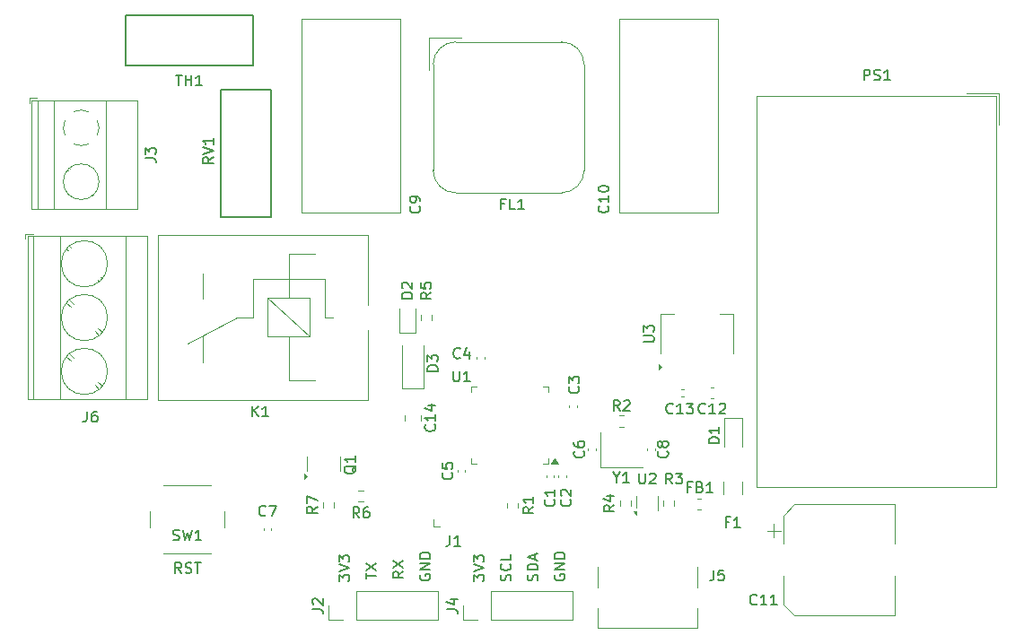
<source format=gbr>
%TF.GenerationSoftware,KiCad,Pcbnew,8.0.1*%
%TF.CreationDate,2024-04-05T21:06:31+06:30*%
%TF.ProjectId,STM32_base,53544d33-325f-4626-9173-652e6b696361,rev?*%
%TF.SameCoordinates,PX48ab840PY853a720*%
%TF.FileFunction,Legend,Top*%
%TF.FilePolarity,Positive*%
%FSLAX46Y46*%
G04 Gerber Fmt 4.6, Leading zero omitted, Abs format (unit mm)*
G04 Created by KiCad (PCBNEW 8.0.1) date 2024-04-05 21:06:31*
%MOMM*%
%LPD*%
G01*
G04 APERTURE LIST*
%ADD10C,0.200000*%
%ADD11C,0.120000*%
%ADD12C,0.150000*%
G04 APERTURE END LIST*
D10*
X49339600Y5656055D02*
X49387219Y5798912D01*
X49387219Y5798912D02*
X49387219Y6037007D01*
X49387219Y6037007D02*
X49339600Y6132245D01*
X49339600Y6132245D02*
X49291980Y6179864D01*
X49291980Y6179864D02*
X49196742Y6227483D01*
X49196742Y6227483D02*
X49101504Y6227483D01*
X49101504Y6227483D02*
X49006266Y6179864D01*
X49006266Y6179864D02*
X48958647Y6132245D01*
X48958647Y6132245D02*
X48911028Y6037007D01*
X48911028Y6037007D02*
X48863409Y5846531D01*
X48863409Y5846531D02*
X48815790Y5751293D01*
X48815790Y5751293D02*
X48768171Y5703674D01*
X48768171Y5703674D02*
X48672933Y5656055D01*
X48672933Y5656055D02*
X48577695Y5656055D01*
X48577695Y5656055D02*
X48482457Y5703674D01*
X48482457Y5703674D02*
X48434838Y5751293D01*
X48434838Y5751293D02*
X48387219Y5846531D01*
X48387219Y5846531D02*
X48387219Y6084626D01*
X48387219Y6084626D02*
X48434838Y6227483D01*
X49387219Y6656055D02*
X48387219Y6656055D01*
X48387219Y6656055D02*
X48387219Y6894150D01*
X48387219Y6894150D02*
X48434838Y7037007D01*
X48434838Y7037007D02*
X48530076Y7132245D01*
X48530076Y7132245D02*
X48625314Y7179864D01*
X48625314Y7179864D02*
X48815790Y7227483D01*
X48815790Y7227483D02*
X48958647Y7227483D01*
X48958647Y7227483D02*
X49149123Y7179864D01*
X49149123Y7179864D02*
X49244361Y7132245D01*
X49244361Y7132245D02*
X49339600Y7037007D01*
X49339600Y7037007D02*
X49387219Y6894150D01*
X49387219Y6894150D02*
X49387219Y6656055D01*
X49101504Y7608436D02*
X49101504Y8084626D01*
X49387219Y7513198D02*
X48387219Y7846531D01*
X48387219Y7846531D02*
X49387219Y8179864D01*
X15766958Y6355781D02*
X15433625Y6831972D01*
X15195530Y6355781D02*
X15195530Y7355781D01*
X15195530Y7355781D02*
X15576482Y7355781D01*
X15576482Y7355781D02*
X15671720Y7308162D01*
X15671720Y7308162D02*
X15719339Y7260543D01*
X15719339Y7260543D02*
X15766958Y7165305D01*
X15766958Y7165305D02*
X15766958Y7022448D01*
X15766958Y7022448D02*
X15719339Y6927210D01*
X15719339Y6927210D02*
X15671720Y6879591D01*
X15671720Y6879591D02*
X15576482Y6831972D01*
X15576482Y6831972D02*
X15195530Y6831972D01*
X16147911Y6403400D02*
X16290768Y6355781D01*
X16290768Y6355781D02*
X16528863Y6355781D01*
X16528863Y6355781D02*
X16624101Y6403400D01*
X16624101Y6403400D02*
X16671720Y6451020D01*
X16671720Y6451020D02*
X16719339Y6546258D01*
X16719339Y6546258D02*
X16719339Y6641496D01*
X16719339Y6641496D02*
X16671720Y6736734D01*
X16671720Y6736734D02*
X16624101Y6784353D01*
X16624101Y6784353D02*
X16528863Y6831972D01*
X16528863Y6831972D02*
X16338387Y6879591D01*
X16338387Y6879591D02*
X16243149Y6927210D01*
X16243149Y6927210D02*
X16195530Y6974829D01*
X16195530Y6974829D02*
X16147911Y7070067D01*
X16147911Y7070067D02*
X16147911Y7165305D01*
X16147911Y7165305D02*
X16195530Y7260543D01*
X16195530Y7260543D02*
X16243149Y7308162D01*
X16243149Y7308162D02*
X16338387Y7355781D01*
X16338387Y7355781D02*
X16576482Y7355781D01*
X16576482Y7355781D02*
X16719339Y7308162D01*
X17005054Y7355781D02*
X17576482Y7355781D01*
X17290768Y6355781D02*
X17290768Y7355781D01*
X46799600Y5656055D02*
X46847219Y5798912D01*
X46847219Y5798912D02*
X46847219Y6037007D01*
X46847219Y6037007D02*
X46799600Y6132245D01*
X46799600Y6132245D02*
X46751980Y6179864D01*
X46751980Y6179864D02*
X46656742Y6227483D01*
X46656742Y6227483D02*
X46561504Y6227483D01*
X46561504Y6227483D02*
X46466266Y6179864D01*
X46466266Y6179864D02*
X46418647Y6132245D01*
X46418647Y6132245D02*
X46371028Y6037007D01*
X46371028Y6037007D02*
X46323409Y5846531D01*
X46323409Y5846531D02*
X46275790Y5751293D01*
X46275790Y5751293D02*
X46228171Y5703674D01*
X46228171Y5703674D02*
X46132933Y5656055D01*
X46132933Y5656055D02*
X46037695Y5656055D01*
X46037695Y5656055D02*
X45942457Y5703674D01*
X45942457Y5703674D02*
X45894838Y5751293D01*
X45894838Y5751293D02*
X45847219Y5846531D01*
X45847219Y5846531D02*
X45847219Y6084626D01*
X45847219Y6084626D02*
X45894838Y6227483D01*
X46751980Y7227483D02*
X46799600Y7179864D01*
X46799600Y7179864D02*
X46847219Y7037007D01*
X46847219Y7037007D02*
X46847219Y6941769D01*
X46847219Y6941769D02*
X46799600Y6798912D01*
X46799600Y6798912D02*
X46704361Y6703674D01*
X46704361Y6703674D02*
X46609123Y6656055D01*
X46609123Y6656055D02*
X46418647Y6608436D01*
X46418647Y6608436D02*
X46275790Y6608436D01*
X46275790Y6608436D02*
X46085314Y6656055D01*
X46085314Y6656055D02*
X45990076Y6703674D01*
X45990076Y6703674D02*
X45894838Y6798912D01*
X45894838Y6798912D02*
X45847219Y6941769D01*
X45847219Y6941769D02*
X45847219Y7037007D01*
X45847219Y7037007D02*
X45894838Y7179864D01*
X45894838Y7179864D02*
X45942457Y7227483D01*
X46847219Y8132245D02*
X46847219Y7656055D01*
X46847219Y7656055D02*
X45847219Y7656055D01*
X30607219Y5608436D02*
X30607219Y6227483D01*
X30607219Y6227483D02*
X30988171Y5894150D01*
X30988171Y5894150D02*
X30988171Y6037007D01*
X30988171Y6037007D02*
X31035790Y6132245D01*
X31035790Y6132245D02*
X31083409Y6179864D01*
X31083409Y6179864D02*
X31178647Y6227483D01*
X31178647Y6227483D02*
X31416742Y6227483D01*
X31416742Y6227483D02*
X31511980Y6179864D01*
X31511980Y6179864D02*
X31559600Y6132245D01*
X31559600Y6132245D02*
X31607219Y6037007D01*
X31607219Y6037007D02*
X31607219Y5751293D01*
X31607219Y5751293D02*
X31559600Y5656055D01*
X31559600Y5656055D02*
X31511980Y5608436D01*
X30607219Y6513198D02*
X31607219Y6846531D01*
X31607219Y6846531D02*
X30607219Y7179864D01*
X30607219Y7417960D02*
X30607219Y8037007D01*
X30607219Y8037007D02*
X30988171Y7703674D01*
X30988171Y7703674D02*
X30988171Y7846531D01*
X30988171Y7846531D02*
X31035790Y7941769D01*
X31035790Y7941769D02*
X31083409Y7989388D01*
X31083409Y7989388D02*
X31178647Y8037007D01*
X31178647Y8037007D02*
X31416742Y8037007D01*
X31416742Y8037007D02*
X31511980Y7989388D01*
X31511980Y7989388D02*
X31559600Y7941769D01*
X31559600Y7941769D02*
X31607219Y7846531D01*
X31607219Y7846531D02*
X31607219Y7560817D01*
X31607219Y7560817D02*
X31559600Y7465579D01*
X31559600Y7465579D02*
X31511980Y7417960D01*
X36687219Y6529102D02*
X36211028Y6195769D01*
X36687219Y5957674D02*
X35687219Y5957674D01*
X35687219Y5957674D02*
X35687219Y6338626D01*
X35687219Y6338626D02*
X35734838Y6433864D01*
X35734838Y6433864D02*
X35782457Y6481483D01*
X35782457Y6481483D02*
X35877695Y6529102D01*
X35877695Y6529102D02*
X36020552Y6529102D01*
X36020552Y6529102D02*
X36115790Y6481483D01*
X36115790Y6481483D02*
X36163409Y6433864D01*
X36163409Y6433864D02*
X36211028Y6338626D01*
X36211028Y6338626D02*
X36211028Y5957674D01*
X35687219Y6862436D02*
X36687219Y7529102D01*
X35687219Y7529102D02*
X36687219Y6862436D01*
X43307219Y5608436D02*
X43307219Y6227483D01*
X43307219Y6227483D02*
X43688171Y5894150D01*
X43688171Y5894150D02*
X43688171Y6037007D01*
X43688171Y6037007D02*
X43735790Y6132245D01*
X43735790Y6132245D02*
X43783409Y6179864D01*
X43783409Y6179864D02*
X43878647Y6227483D01*
X43878647Y6227483D02*
X44116742Y6227483D01*
X44116742Y6227483D02*
X44211980Y6179864D01*
X44211980Y6179864D02*
X44259600Y6132245D01*
X44259600Y6132245D02*
X44307219Y6037007D01*
X44307219Y6037007D02*
X44307219Y5751293D01*
X44307219Y5751293D02*
X44259600Y5656055D01*
X44259600Y5656055D02*
X44211980Y5608436D01*
X43307219Y6513198D02*
X44307219Y6846531D01*
X44307219Y6846531D02*
X43307219Y7179864D01*
X43307219Y7417960D02*
X43307219Y8037007D01*
X43307219Y8037007D02*
X43688171Y7703674D01*
X43688171Y7703674D02*
X43688171Y7846531D01*
X43688171Y7846531D02*
X43735790Y7941769D01*
X43735790Y7941769D02*
X43783409Y7989388D01*
X43783409Y7989388D02*
X43878647Y8037007D01*
X43878647Y8037007D02*
X44116742Y8037007D01*
X44116742Y8037007D02*
X44211980Y7989388D01*
X44211980Y7989388D02*
X44259600Y7941769D01*
X44259600Y7941769D02*
X44307219Y7846531D01*
X44307219Y7846531D02*
X44307219Y7560817D01*
X44307219Y7560817D02*
X44259600Y7465579D01*
X44259600Y7465579D02*
X44211980Y7417960D01*
X50974838Y6227483D02*
X50927219Y6132245D01*
X50927219Y6132245D02*
X50927219Y5989388D01*
X50927219Y5989388D02*
X50974838Y5846531D01*
X50974838Y5846531D02*
X51070076Y5751293D01*
X51070076Y5751293D02*
X51165314Y5703674D01*
X51165314Y5703674D02*
X51355790Y5656055D01*
X51355790Y5656055D02*
X51498647Y5656055D01*
X51498647Y5656055D02*
X51689123Y5703674D01*
X51689123Y5703674D02*
X51784361Y5751293D01*
X51784361Y5751293D02*
X51879600Y5846531D01*
X51879600Y5846531D02*
X51927219Y5989388D01*
X51927219Y5989388D02*
X51927219Y6084626D01*
X51927219Y6084626D02*
X51879600Y6227483D01*
X51879600Y6227483D02*
X51831980Y6275102D01*
X51831980Y6275102D02*
X51498647Y6275102D01*
X51498647Y6275102D02*
X51498647Y6084626D01*
X51927219Y6703674D02*
X50927219Y6703674D01*
X50927219Y6703674D02*
X51927219Y7275102D01*
X51927219Y7275102D02*
X50927219Y7275102D01*
X51927219Y7751293D02*
X50927219Y7751293D01*
X50927219Y7751293D02*
X50927219Y7989388D01*
X50927219Y7989388D02*
X50974838Y8132245D01*
X50974838Y8132245D02*
X51070076Y8227483D01*
X51070076Y8227483D02*
X51165314Y8275102D01*
X51165314Y8275102D02*
X51355790Y8322721D01*
X51355790Y8322721D02*
X51498647Y8322721D01*
X51498647Y8322721D02*
X51689123Y8275102D01*
X51689123Y8275102D02*
X51784361Y8227483D01*
X51784361Y8227483D02*
X51879600Y8132245D01*
X51879600Y8132245D02*
X51927219Y7989388D01*
X51927219Y7989388D02*
X51927219Y7751293D01*
X33147219Y5814817D02*
X33147219Y6386245D01*
X34147219Y6100531D02*
X33147219Y6100531D01*
X33147219Y6624341D02*
X34147219Y7291007D01*
X33147219Y7291007D02*
X34147219Y6624341D01*
X38274838Y6227483D02*
X38227219Y6132245D01*
X38227219Y6132245D02*
X38227219Y5989388D01*
X38227219Y5989388D02*
X38274838Y5846531D01*
X38274838Y5846531D02*
X38370076Y5751293D01*
X38370076Y5751293D02*
X38465314Y5703674D01*
X38465314Y5703674D02*
X38655790Y5656055D01*
X38655790Y5656055D02*
X38798647Y5656055D01*
X38798647Y5656055D02*
X38989123Y5703674D01*
X38989123Y5703674D02*
X39084361Y5751293D01*
X39084361Y5751293D02*
X39179600Y5846531D01*
X39179600Y5846531D02*
X39227219Y5989388D01*
X39227219Y5989388D02*
X39227219Y6084626D01*
X39227219Y6084626D02*
X39179600Y6227483D01*
X39179600Y6227483D02*
X39131980Y6275102D01*
X39131980Y6275102D02*
X38798647Y6275102D01*
X38798647Y6275102D02*
X38798647Y6084626D01*
X39227219Y6703674D02*
X38227219Y6703674D01*
X38227219Y6703674D02*
X39227219Y7275102D01*
X39227219Y7275102D02*
X38227219Y7275102D01*
X39227219Y7751293D02*
X38227219Y7751293D01*
X38227219Y7751293D02*
X38227219Y7989388D01*
X38227219Y7989388D02*
X38274838Y8132245D01*
X38274838Y8132245D02*
X38370076Y8227483D01*
X38370076Y8227483D02*
X38465314Y8275102D01*
X38465314Y8275102D02*
X38655790Y8322721D01*
X38655790Y8322721D02*
X38798647Y8322721D01*
X38798647Y8322721D02*
X38989123Y8275102D01*
X38989123Y8275102D02*
X39084361Y8227483D01*
X39084361Y8227483D02*
X39179600Y8132245D01*
X39179600Y8132245D02*
X39227219Y7989388D01*
X39227219Y7989388D02*
X39227219Y7751293D01*
X67433866Y11196791D02*
X67100533Y11196791D01*
X67100533Y10672981D02*
X67100533Y11672981D01*
X67100533Y11672981D02*
X67576723Y11672981D01*
X68481485Y10672981D02*
X67910057Y10672981D01*
X68195771Y10672981D02*
X68195771Y11672981D01*
X68195771Y11672981D02*
X68100533Y11530124D01*
X68100533Y11530124D02*
X68005295Y11434886D01*
X68005295Y11434886D02*
X67910057Y11387267D01*
X53679980Y17867334D02*
X53727600Y17819715D01*
X53727600Y17819715D02*
X53775219Y17676858D01*
X53775219Y17676858D02*
X53775219Y17581620D01*
X53775219Y17581620D02*
X53727600Y17438763D01*
X53727600Y17438763D02*
X53632361Y17343525D01*
X53632361Y17343525D02*
X53537123Y17295906D01*
X53537123Y17295906D02*
X53346647Y17248287D01*
X53346647Y17248287D02*
X53203790Y17248287D01*
X53203790Y17248287D02*
X53013314Y17295906D01*
X53013314Y17295906D02*
X52918076Y17343525D01*
X52918076Y17343525D02*
X52822838Y17438763D01*
X52822838Y17438763D02*
X52775219Y17581620D01*
X52775219Y17581620D02*
X52775219Y17676858D01*
X52775219Y17676858D02*
X52822838Y17819715D01*
X52822838Y17819715D02*
X52870457Y17867334D01*
X52775219Y18724477D02*
X52775219Y18534001D01*
X52775219Y18534001D02*
X52822838Y18438763D01*
X52822838Y18438763D02*
X52870457Y18391144D01*
X52870457Y18391144D02*
X53013314Y18295906D01*
X53013314Y18295906D02*
X53203790Y18248287D01*
X53203790Y18248287D02*
X53584742Y18248287D01*
X53584742Y18248287D02*
X53679980Y18295906D01*
X53679980Y18295906D02*
X53727600Y18343525D01*
X53727600Y18343525D02*
X53775219Y18438763D01*
X53775219Y18438763D02*
X53775219Y18629239D01*
X53775219Y18629239D02*
X53727600Y18724477D01*
X53727600Y18724477D02*
X53679980Y18772096D01*
X53679980Y18772096D02*
X53584742Y18819715D01*
X53584742Y18819715D02*
X53346647Y18819715D01*
X53346647Y18819715D02*
X53251409Y18772096D01*
X53251409Y18772096D02*
X53203790Y18724477D01*
X53203790Y18724477D02*
X53156171Y18629239D01*
X53156171Y18629239D02*
X53156171Y18438763D01*
X53156171Y18438763D02*
X53203790Y18343525D01*
X53203790Y18343525D02*
X53251409Y18295906D01*
X53251409Y18295906D02*
X53346647Y18248287D01*
X57110333Y21678781D02*
X56777000Y22154972D01*
X56538905Y21678781D02*
X56538905Y22678781D01*
X56538905Y22678781D02*
X56919857Y22678781D01*
X56919857Y22678781D02*
X57015095Y22631162D01*
X57015095Y22631162D02*
X57062714Y22583543D01*
X57062714Y22583543D02*
X57110333Y22488305D01*
X57110333Y22488305D02*
X57110333Y22345448D01*
X57110333Y22345448D02*
X57062714Y22250210D01*
X57062714Y22250210D02*
X57015095Y22202591D01*
X57015095Y22202591D02*
X56919857Y22154972D01*
X56919857Y22154972D02*
X56538905Y22154972D01*
X57491286Y22583543D02*
X57538905Y22631162D01*
X57538905Y22631162D02*
X57634143Y22678781D01*
X57634143Y22678781D02*
X57872238Y22678781D01*
X57872238Y22678781D02*
X57967476Y22631162D01*
X57967476Y22631162D02*
X58015095Y22583543D01*
X58015095Y22583543D02*
X58062714Y22488305D01*
X58062714Y22488305D02*
X58062714Y22393067D01*
X58062714Y22393067D02*
X58015095Y22250210D01*
X58015095Y22250210D02*
X57443667Y21678781D01*
X57443667Y21678781D02*
X58062714Y21678781D01*
X15224286Y53379781D02*
X15795714Y53379781D01*
X15510000Y52379781D02*
X15510000Y53379781D01*
X16129048Y52379781D02*
X16129048Y53379781D01*
X16129048Y52903591D02*
X16700476Y52903591D01*
X16700476Y52379781D02*
X16700476Y53379781D01*
X17700476Y52379781D02*
X17129048Y52379781D01*
X17414762Y52379781D02*
X17414762Y53379781D01*
X17414762Y53379781D02*
X17319524Y53236924D01*
X17319524Y53236924D02*
X17224286Y53141686D01*
X17224286Y53141686D02*
X17129048Y53094067D01*
X40810219Y2968667D02*
X41524504Y2968667D01*
X41524504Y2968667D02*
X41667361Y2921048D01*
X41667361Y2921048D02*
X41762600Y2825810D01*
X41762600Y2825810D02*
X41810219Y2682953D01*
X41810219Y2682953D02*
X41810219Y2587715D01*
X41143552Y3873429D02*
X41810219Y3873429D01*
X40762600Y3635334D02*
X41476885Y3397239D01*
X41476885Y3397239D02*
X41476885Y4016286D01*
X6840666Y21634781D02*
X6840666Y20920496D01*
X6840666Y20920496D02*
X6793047Y20777639D01*
X6793047Y20777639D02*
X6697809Y20682400D01*
X6697809Y20682400D02*
X6554952Y20634781D01*
X6554952Y20634781D02*
X6459714Y20634781D01*
X7745428Y21634781D02*
X7554952Y21634781D01*
X7554952Y21634781D02*
X7459714Y21587162D01*
X7459714Y21587162D02*
X7412095Y21539543D01*
X7412095Y21539543D02*
X7316857Y21396686D01*
X7316857Y21396686D02*
X7269238Y21206210D01*
X7269238Y21206210D02*
X7269238Y20825258D01*
X7269238Y20825258D02*
X7316857Y20730020D01*
X7316857Y20730020D02*
X7364476Y20682400D01*
X7364476Y20682400D02*
X7459714Y20634781D01*
X7459714Y20634781D02*
X7650190Y20634781D01*
X7650190Y20634781D02*
X7745428Y20682400D01*
X7745428Y20682400D02*
X7793047Y20730020D01*
X7793047Y20730020D02*
X7840666Y20825258D01*
X7840666Y20825258D02*
X7840666Y21063353D01*
X7840666Y21063353D02*
X7793047Y21158591D01*
X7793047Y21158591D02*
X7745428Y21206210D01*
X7745428Y21206210D02*
X7650190Y21253829D01*
X7650190Y21253829D02*
X7459714Y21253829D01*
X7459714Y21253829D02*
X7364476Y21206210D01*
X7364476Y21206210D02*
X7316857Y21158591D01*
X7316857Y21158591D02*
X7269238Y21063353D01*
X23709333Y11835020D02*
X23661714Y11787400D01*
X23661714Y11787400D02*
X23518857Y11739781D01*
X23518857Y11739781D02*
X23423619Y11739781D01*
X23423619Y11739781D02*
X23280762Y11787400D01*
X23280762Y11787400D02*
X23185524Y11882639D01*
X23185524Y11882639D02*
X23137905Y11977877D01*
X23137905Y11977877D02*
X23090286Y12168353D01*
X23090286Y12168353D02*
X23090286Y12311210D01*
X23090286Y12311210D02*
X23137905Y12501686D01*
X23137905Y12501686D02*
X23185524Y12596924D01*
X23185524Y12596924D02*
X23280762Y12692162D01*
X23280762Y12692162D02*
X23423619Y12739781D01*
X23423619Y12739781D02*
X23518857Y12739781D01*
X23518857Y12739781D02*
X23661714Y12692162D01*
X23661714Y12692162D02*
X23709333Y12644543D01*
X24042667Y12739781D02*
X24709333Y12739781D01*
X24709333Y12739781D02*
X24280762Y11739781D01*
X66492219Y18616706D02*
X65492219Y18616706D01*
X65492219Y18616706D02*
X65492219Y18854801D01*
X65492219Y18854801D02*
X65539838Y18997658D01*
X65539838Y18997658D02*
X65635076Y19092896D01*
X65635076Y19092896D02*
X65730314Y19140515D01*
X65730314Y19140515D02*
X65920790Y19188134D01*
X65920790Y19188134D02*
X66063647Y19188134D01*
X66063647Y19188134D02*
X66254123Y19140515D01*
X66254123Y19140515D02*
X66349361Y19092896D01*
X66349361Y19092896D02*
X66444600Y18997658D01*
X66444600Y18997658D02*
X66492219Y18854801D01*
X66492219Y18854801D02*
X66492219Y18616706D01*
X66492219Y20140515D02*
X66492219Y19569087D01*
X66492219Y19854801D02*
X65492219Y19854801D01*
X65492219Y19854801D02*
X65635076Y19759563D01*
X65635076Y19759563D02*
X65730314Y19664325D01*
X65730314Y19664325D02*
X65777933Y19569087D01*
X55982980Y41013143D02*
X56030600Y40965524D01*
X56030600Y40965524D02*
X56078219Y40822667D01*
X56078219Y40822667D02*
X56078219Y40727429D01*
X56078219Y40727429D02*
X56030600Y40584572D01*
X56030600Y40584572D02*
X55935361Y40489334D01*
X55935361Y40489334D02*
X55840123Y40441715D01*
X55840123Y40441715D02*
X55649647Y40394096D01*
X55649647Y40394096D02*
X55506790Y40394096D01*
X55506790Y40394096D02*
X55316314Y40441715D01*
X55316314Y40441715D02*
X55221076Y40489334D01*
X55221076Y40489334D02*
X55125838Y40584572D01*
X55125838Y40584572D02*
X55078219Y40727429D01*
X55078219Y40727429D02*
X55078219Y40822667D01*
X55078219Y40822667D02*
X55125838Y40965524D01*
X55125838Y40965524D02*
X55173457Y41013143D01*
X56078219Y41965524D02*
X56078219Y41394096D01*
X56078219Y41679810D02*
X55078219Y41679810D01*
X55078219Y41679810D02*
X55221076Y41584572D01*
X55221076Y41584572D02*
X55316314Y41489334D01*
X55316314Y41489334D02*
X55363933Y41394096D01*
X55078219Y42584572D02*
X55078219Y42679810D01*
X55078219Y42679810D02*
X55125838Y42775048D01*
X55125838Y42775048D02*
X55173457Y42822667D01*
X55173457Y42822667D02*
X55268695Y42870286D01*
X55268695Y42870286D02*
X55459171Y42917905D01*
X55459171Y42917905D02*
X55697266Y42917905D01*
X55697266Y42917905D02*
X55887742Y42870286D01*
X55887742Y42870286D02*
X55982980Y42822667D01*
X55982980Y42822667D02*
X56030600Y42775048D01*
X56030600Y42775048D02*
X56078219Y42679810D01*
X56078219Y42679810D02*
X56078219Y42584572D01*
X56078219Y42584572D02*
X56030600Y42489334D01*
X56030600Y42489334D02*
X55982980Y42441715D01*
X55982980Y42441715D02*
X55887742Y42394096D01*
X55887742Y42394096D02*
X55697266Y42346477D01*
X55697266Y42346477D02*
X55459171Y42346477D01*
X55459171Y42346477D02*
X55268695Y42394096D01*
X55268695Y42394096D02*
X55173457Y42441715D01*
X55173457Y42441715D02*
X55125838Y42489334D01*
X55125838Y42489334D02*
X55078219Y42584572D01*
X41068666Y9912781D02*
X41068666Y9198496D01*
X41068666Y9198496D02*
X41021047Y9055639D01*
X41021047Y9055639D02*
X40925809Y8960400D01*
X40925809Y8960400D02*
X40782952Y8912781D01*
X40782952Y8912781D02*
X40687714Y8912781D01*
X42068666Y8912781D02*
X41497238Y8912781D01*
X41782952Y8912781D02*
X41782952Y9912781D01*
X41782952Y9912781D02*
X41687714Y9769924D01*
X41687714Y9769924D02*
X41592476Y9674686D01*
X41592476Y9674686D02*
X41497238Y9627067D01*
X53188980Y23963334D02*
X53236600Y23915715D01*
X53236600Y23915715D02*
X53284219Y23772858D01*
X53284219Y23772858D02*
X53284219Y23677620D01*
X53284219Y23677620D02*
X53236600Y23534763D01*
X53236600Y23534763D02*
X53141361Y23439525D01*
X53141361Y23439525D02*
X53046123Y23391906D01*
X53046123Y23391906D02*
X52855647Y23344287D01*
X52855647Y23344287D02*
X52712790Y23344287D01*
X52712790Y23344287D02*
X52522314Y23391906D01*
X52522314Y23391906D02*
X52427076Y23439525D01*
X52427076Y23439525D02*
X52331838Y23534763D01*
X52331838Y23534763D02*
X52284219Y23677620D01*
X52284219Y23677620D02*
X52284219Y23772858D01*
X52284219Y23772858D02*
X52331838Y23915715D01*
X52331838Y23915715D02*
X52379457Y23963334D01*
X52284219Y24296668D02*
X52284219Y24915715D01*
X52284219Y24915715D02*
X52665171Y24582382D01*
X52665171Y24582382D02*
X52665171Y24725239D01*
X52665171Y24725239D02*
X52712790Y24820477D01*
X52712790Y24820477D02*
X52760409Y24868096D01*
X52760409Y24868096D02*
X52855647Y24915715D01*
X52855647Y24915715D02*
X53093742Y24915715D01*
X53093742Y24915715D02*
X53188980Y24868096D01*
X53188980Y24868096D02*
X53236600Y24820477D01*
X53236600Y24820477D02*
X53284219Y24725239D01*
X53284219Y24725239D02*
X53284219Y24439525D01*
X53284219Y24439525D02*
X53236600Y24344287D01*
X53236600Y24344287D02*
X53188980Y24296668D01*
X41250980Y15835334D02*
X41298600Y15787715D01*
X41298600Y15787715D02*
X41346219Y15644858D01*
X41346219Y15644858D02*
X41346219Y15549620D01*
X41346219Y15549620D02*
X41298600Y15406763D01*
X41298600Y15406763D02*
X41203361Y15311525D01*
X41203361Y15311525D02*
X41108123Y15263906D01*
X41108123Y15263906D02*
X40917647Y15216287D01*
X40917647Y15216287D02*
X40774790Y15216287D01*
X40774790Y15216287D02*
X40584314Y15263906D01*
X40584314Y15263906D02*
X40489076Y15311525D01*
X40489076Y15311525D02*
X40393838Y15406763D01*
X40393838Y15406763D02*
X40346219Y15549620D01*
X40346219Y15549620D02*
X40346219Y15644858D01*
X40346219Y15644858D02*
X40393838Y15787715D01*
X40393838Y15787715D02*
X40441457Y15835334D01*
X40346219Y16740096D02*
X40346219Y16263906D01*
X40346219Y16263906D02*
X40822409Y16216287D01*
X40822409Y16216287D02*
X40774790Y16263906D01*
X40774790Y16263906D02*
X40727171Y16359144D01*
X40727171Y16359144D02*
X40727171Y16597239D01*
X40727171Y16597239D02*
X40774790Y16692477D01*
X40774790Y16692477D02*
X40822409Y16740096D01*
X40822409Y16740096D02*
X40917647Y16787715D01*
X40917647Y16787715D02*
X41155742Y16787715D01*
X41155742Y16787715D02*
X41250980Y16740096D01*
X41250980Y16740096D02*
X41298600Y16692477D01*
X41298600Y16692477D02*
X41346219Y16597239D01*
X41346219Y16597239D02*
X41346219Y16359144D01*
X41346219Y16359144D02*
X41298600Y16263906D01*
X41298600Y16263906D02*
X41250980Y16216287D01*
X56800809Y15390972D02*
X56800809Y14914781D01*
X56467476Y15914781D02*
X56800809Y15390972D01*
X56800809Y15390972D02*
X57134142Y15914781D01*
X57991285Y14914781D02*
X57419857Y14914781D01*
X57705571Y14914781D02*
X57705571Y15914781D01*
X57705571Y15914781D02*
X57610333Y15771924D01*
X57610333Y15771924D02*
X57515095Y15676686D01*
X57515095Y15676686D02*
X57419857Y15629067D01*
X39628980Y20379143D02*
X39676600Y20331524D01*
X39676600Y20331524D02*
X39724219Y20188667D01*
X39724219Y20188667D02*
X39724219Y20093429D01*
X39724219Y20093429D02*
X39676600Y19950572D01*
X39676600Y19950572D02*
X39581361Y19855334D01*
X39581361Y19855334D02*
X39486123Y19807715D01*
X39486123Y19807715D02*
X39295647Y19760096D01*
X39295647Y19760096D02*
X39152790Y19760096D01*
X39152790Y19760096D02*
X38962314Y19807715D01*
X38962314Y19807715D02*
X38867076Y19855334D01*
X38867076Y19855334D02*
X38771838Y19950572D01*
X38771838Y19950572D02*
X38724219Y20093429D01*
X38724219Y20093429D02*
X38724219Y20188667D01*
X38724219Y20188667D02*
X38771838Y20331524D01*
X38771838Y20331524D02*
X38819457Y20379143D01*
X39724219Y21331524D02*
X39724219Y20760096D01*
X39724219Y21045810D02*
X38724219Y21045810D01*
X38724219Y21045810D02*
X38867076Y20950572D01*
X38867076Y20950572D02*
X38962314Y20855334D01*
X38962314Y20855334D02*
X39009933Y20760096D01*
X39057552Y22188667D02*
X39724219Y22188667D01*
X38676600Y21950572D02*
X39390885Y21712477D01*
X39390885Y21712477D02*
X39390885Y22331524D01*
X63835066Y14498791D02*
X63501733Y14498791D01*
X63501733Y13974981D02*
X63501733Y14974981D01*
X63501733Y14974981D02*
X63977923Y14974981D01*
X64692209Y14498791D02*
X64835066Y14451172D01*
X64835066Y14451172D02*
X64882685Y14403553D01*
X64882685Y14403553D02*
X64930304Y14308315D01*
X64930304Y14308315D02*
X64930304Y14165458D01*
X64930304Y14165458D02*
X64882685Y14070220D01*
X64882685Y14070220D02*
X64835066Y14022600D01*
X64835066Y14022600D02*
X64739828Y13974981D01*
X64739828Y13974981D02*
X64358876Y13974981D01*
X64358876Y13974981D02*
X64358876Y14974981D01*
X64358876Y14974981D02*
X64692209Y14974981D01*
X64692209Y14974981D02*
X64787447Y14927362D01*
X64787447Y14927362D02*
X64835066Y14879743D01*
X64835066Y14879743D02*
X64882685Y14784505D01*
X64882685Y14784505D02*
X64882685Y14689267D01*
X64882685Y14689267D02*
X64835066Y14594029D01*
X64835066Y14594029D02*
X64787447Y14546410D01*
X64787447Y14546410D02*
X64692209Y14498791D01*
X64692209Y14498791D02*
X64358876Y14498791D01*
X65882685Y13974981D02*
X65311257Y13974981D01*
X65596971Y13974981D02*
X65596971Y14974981D01*
X65596971Y14974981D02*
X65501733Y14832124D01*
X65501733Y14832124D02*
X65406495Y14736886D01*
X65406495Y14736886D02*
X65311257Y14689267D01*
X32231457Y16511762D02*
X32183838Y16416524D01*
X32183838Y16416524D02*
X32088600Y16321286D01*
X32088600Y16321286D02*
X31945742Y16178429D01*
X31945742Y16178429D02*
X31898123Y16083191D01*
X31898123Y16083191D02*
X31898123Y15987953D01*
X32136219Y16035572D02*
X32088600Y15940334D01*
X32088600Y15940334D02*
X31993361Y15845096D01*
X31993361Y15845096D02*
X31802885Y15797477D01*
X31802885Y15797477D02*
X31469552Y15797477D01*
X31469552Y15797477D02*
X31279076Y15845096D01*
X31279076Y15845096D02*
X31183838Y15940334D01*
X31183838Y15940334D02*
X31136219Y16035572D01*
X31136219Y16035572D02*
X31136219Y16226048D01*
X31136219Y16226048D02*
X31183838Y16321286D01*
X31183838Y16321286D02*
X31279076Y16416524D01*
X31279076Y16416524D02*
X31469552Y16464143D01*
X31469552Y16464143D02*
X31802885Y16464143D01*
X31802885Y16464143D02*
X31993361Y16416524D01*
X31993361Y16416524D02*
X32088600Y16321286D01*
X32088600Y16321286D02*
X32136219Y16226048D01*
X32136219Y16226048D02*
X32136219Y16035572D01*
X32136219Y17416524D02*
X32136219Y16845096D01*
X32136219Y17130810D02*
X31136219Y17130810D01*
X31136219Y17130810D02*
X31279076Y17035572D01*
X31279076Y17035572D02*
X31374314Y16940334D01*
X31374314Y16940334D02*
X31421933Y16845096D01*
X28580219Y12630334D02*
X28104028Y12297001D01*
X28580219Y12058906D02*
X27580219Y12058906D01*
X27580219Y12058906D02*
X27580219Y12439858D01*
X27580219Y12439858D02*
X27627838Y12535096D01*
X27627838Y12535096D02*
X27675457Y12582715D01*
X27675457Y12582715D02*
X27770695Y12630334D01*
X27770695Y12630334D02*
X27913552Y12630334D01*
X27913552Y12630334D02*
X28008790Y12582715D01*
X28008790Y12582715D02*
X28056409Y12535096D01*
X28056409Y12535096D02*
X28104028Y12439858D01*
X28104028Y12439858D02*
X28104028Y12058906D01*
X27580219Y12963668D02*
X27580219Y13630334D01*
X27580219Y13630334D02*
X28580219Y13201763D01*
X32533333Y11582781D02*
X32200000Y12058972D01*
X31961905Y11582781D02*
X31961905Y12582781D01*
X31961905Y12582781D02*
X32342857Y12582781D01*
X32342857Y12582781D02*
X32438095Y12535162D01*
X32438095Y12535162D02*
X32485714Y12487543D01*
X32485714Y12487543D02*
X32533333Y12392305D01*
X32533333Y12392305D02*
X32533333Y12249448D01*
X32533333Y12249448D02*
X32485714Y12154210D01*
X32485714Y12154210D02*
X32438095Y12106591D01*
X32438095Y12106591D02*
X32342857Y12058972D01*
X32342857Y12058972D02*
X31961905Y12058972D01*
X33390476Y12582781D02*
X33200000Y12582781D01*
X33200000Y12582781D02*
X33104762Y12535162D01*
X33104762Y12535162D02*
X33057143Y12487543D01*
X33057143Y12487543D02*
X32961905Y12344686D01*
X32961905Y12344686D02*
X32914286Y12154210D01*
X32914286Y12154210D02*
X32914286Y11773258D01*
X32914286Y11773258D02*
X32961905Y11678020D01*
X32961905Y11678020D02*
X33009524Y11630400D01*
X33009524Y11630400D02*
X33104762Y11582781D01*
X33104762Y11582781D02*
X33295238Y11582781D01*
X33295238Y11582781D02*
X33390476Y11630400D01*
X33390476Y11630400D02*
X33438095Y11678020D01*
X33438095Y11678020D02*
X33485714Y11773258D01*
X33485714Y11773258D02*
X33485714Y12011353D01*
X33485714Y12011353D02*
X33438095Y12106591D01*
X33438095Y12106591D02*
X33390476Y12154210D01*
X33390476Y12154210D02*
X33295238Y12201829D01*
X33295238Y12201829D02*
X33104762Y12201829D01*
X33104762Y12201829D02*
X33009524Y12154210D01*
X33009524Y12154210D02*
X32961905Y12106591D01*
X32961905Y12106591D02*
X32914286Y12011353D01*
X65960666Y6643781D02*
X65960666Y5929496D01*
X65960666Y5929496D02*
X65913047Y5786639D01*
X65913047Y5786639D02*
X65817809Y5691400D01*
X65817809Y5691400D02*
X65674952Y5643781D01*
X65674952Y5643781D02*
X65579714Y5643781D01*
X66913047Y6643781D02*
X66436857Y6643781D01*
X66436857Y6643781D02*
X66389238Y6167591D01*
X66389238Y6167591D02*
X66436857Y6215210D01*
X66436857Y6215210D02*
X66532095Y6262829D01*
X66532095Y6262829D02*
X66770190Y6262829D01*
X66770190Y6262829D02*
X66865428Y6215210D01*
X66865428Y6215210D02*
X66913047Y6167591D01*
X66913047Y6167591D02*
X66960666Y6072353D01*
X66960666Y6072353D02*
X66960666Y5834258D01*
X66960666Y5834258D02*
X66913047Y5739020D01*
X66913047Y5739020D02*
X66865428Y5691400D01*
X66865428Y5691400D02*
X66770190Y5643781D01*
X66770190Y5643781D02*
X66532095Y5643781D01*
X66532095Y5643781D02*
X66436857Y5691400D01*
X66436857Y5691400D02*
X66389238Y5739020D01*
X12355219Y45518667D02*
X13069504Y45518667D01*
X13069504Y45518667D02*
X13212361Y45471048D01*
X13212361Y45471048D02*
X13307600Y45375810D01*
X13307600Y45375810D02*
X13355219Y45232953D01*
X13355219Y45232953D02*
X13355219Y45137715D01*
X12355219Y45899620D02*
X12355219Y46518667D01*
X12355219Y46518667D02*
X12736171Y46185334D01*
X12736171Y46185334D02*
X12736171Y46328191D01*
X12736171Y46328191D02*
X12783790Y46423429D01*
X12783790Y46423429D02*
X12831409Y46471048D01*
X12831409Y46471048D02*
X12926647Y46518667D01*
X12926647Y46518667D02*
X13164742Y46518667D01*
X13164742Y46518667D02*
X13259980Y46471048D01*
X13259980Y46471048D02*
X13307600Y46423429D01*
X13307600Y46423429D02*
X13355219Y46328191D01*
X13355219Y46328191D02*
X13355219Y46042477D01*
X13355219Y46042477D02*
X13307600Y45947239D01*
X13307600Y45947239D02*
X13259980Y45899620D01*
X37536219Y32301906D02*
X36536219Y32301906D01*
X36536219Y32301906D02*
X36536219Y32540001D01*
X36536219Y32540001D02*
X36583838Y32682858D01*
X36583838Y32682858D02*
X36679076Y32778096D01*
X36679076Y32778096D02*
X36774314Y32825715D01*
X36774314Y32825715D02*
X36964790Y32873334D01*
X36964790Y32873334D02*
X37107647Y32873334D01*
X37107647Y32873334D02*
X37298123Y32825715D01*
X37298123Y32825715D02*
X37393361Y32778096D01*
X37393361Y32778096D02*
X37488600Y32682858D01*
X37488600Y32682858D02*
X37536219Y32540001D01*
X37536219Y32540001D02*
X37536219Y32301906D01*
X36631457Y33254287D02*
X36583838Y33301906D01*
X36583838Y33301906D02*
X36536219Y33397144D01*
X36536219Y33397144D02*
X36536219Y33635239D01*
X36536219Y33635239D02*
X36583838Y33730477D01*
X36583838Y33730477D02*
X36631457Y33778096D01*
X36631457Y33778096D02*
X36726695Y33825715D01*
X36726695Y33825715D02*
X36821933Y33825715D01*
X36821933Y33825715D02*
X36964790Y33778096D01*
X36964790Y33778096D02*
X37536219Y33206668D01*
X37536219Y33206668D02*
X37536219Y33825715D01*
X42048133Y26719420D02*
X42000514Y26671800D01*
X42000514Y26671800D02*
X41857657Y26624181D01*
X41857657Y26624181D02*
X41762419Y26624181D01*
X41762419Y26624181D02*
X41619562Y26671800D01*
X41619562Y26671800D02*
X41524324Y26767039D01*
X41524324Y26767039D02*
X41476705Y26862277D01*
X41476705Y26862277D02*
X41429086Y27052753D01*
X41429086Y27052753D02*
X41429086Y27195610D01*
X41429086Y27195610D02*
X41476705Y27386086D01*
X41476705Y27386086D02*
X41524324Y27481324D01*
X41524324Y27481324D02*
X41619562Y27576562D01*
X41619562Y27576562D02*
X41762419Y27624181D01*
X41762419Y27624181D02*
X41857657Y27624181D01*
X41857657Y27624181D02*
X42000514Y27576562D01*
X42000514Y27576562D02*
X42048133Y27528943D01*
X42905276Y27290848D02*
X42905276Y26624181D01*
X42667181Y27671800D02*
X42429086Y26957515D01*
X42429086Y26957515D02*
X43048133Y26957515D01*
X46251904Y41219591D02*
X45918571Y41219591D01*
X45918571Y40695781D02*
X45918571Y41695781D01*
X45918571Y41695781D02*
X46394761Y41695781D01*
X47251904Y40695781D02*
X46775714Y40695781D01*
X46775714Y40695781D02*
X46775714Y41695781D01*
X48109047Y40695781D02*
X47537619Y40695781D01*
X47823333Y40695781D02*
X47823333Y41695781D01*
X47823333Y41695781D02*
X47728095Y41552924D01*
X47728095Y41552924D02*
X47632857Y41457686D01*
X47632857Y41457686D02*
X47537619Y41410067D01*
X28110219Y2968667D02*
X28824504Y2968667D01*
X28824504Y2968667D02*
X28967361Y2921048D01*
X28967361Y2921048D02*
X29062600Y2825810D01*
X29062600Y2825810D02*
X29110219Y2682953D01*
X29110219Y2682953D02*
X29110219Y2587715D01*
X28205457Y3397239D02*
X28157838Y3444858D01*
X28157838Y3444858D02*
X28110219Y3540096D01*
X28110219Y3540096D02*
X28110219Y3778191D01*
X28110219Y3778191D02*
X28157838Y3873429D01*
X28157838Y3873429D02*
X28205457Y3921048D01*
X28205457Y3921048D02*
X28300695Y3968667D01*
X28300695Y3968667D02*
X28395933Y3968667D01*
X28395933Y3968667D02*
X28538790Y3921048D01*
X28538790Y3921048D02*
X29110219Y3349620D01*
X29110219Y3349620D02*
X29110219Y3968667D01*
X48966219Y12596334D02*
X48490028Y12263001D01*
X48966219Y12024906D02*
X47966219Y12024906D01*
X47966219Y12024906D02*
X47966219Y12405858D01*
X47966219Y12405858D02*
X48013838Y12501096D01*
X48013838Y12501096D02*
X48061457Y12548715D01*
X48061457Y12548715D02*
X48156695Y12596334D01*
X48156695Y12596334D02*
X48299552Y12596334D01*
X48299552Y12596334D02*
X48394790Y12548715D01*
X48394790Y12548715D02*
X48442409Y12501096D01*
X48442409Y12501096D02*
X48490028Y12405858D01*
X48490028Y12405858D02*
X48490028Y12024906D01*
X48966219Y13548715D02*
X48966219Y12977287D01*
X48966219Y13263001D02*
X47966219Y13263001D01*
X47966219Y13263001D02*
X48109076Y13167763D01*
X48109076Y13167763D02*
X48204314Y13072525D01*
X48204314Y13072525D02*
X48251933Y12977287D01*
X22437905Y21137781D02*
X22437905Y22137781D01*
X23009333Y21137781D02*
X22580762Y21709210D01*
X23009333Y22137781D02*
X22437905Y21566353D01*
X23961714Y21137781D02*
X23390286Y21137781D01*
X23676000Y21137781D02*
X23676000Y22137781D01*
X23676000Y22137781D02*
X23580762Y21994924D01*
X23580762Y21994924D02*
X23485524Y21899686D01*
X23485524Y21899686D02*
X23390286Y21852067D01*
X41402095Y25439781D02*
X41402095Y24630258D01*
X41402095Y24630258D02*
X41449714Y24535020D01*
X41449714Y24535020D02*
X41497333Y24487400D01*
X41497333Y24487400D02*
X41592571Y24439781D01*
X41592571Y24439781D02*
X41783047Y24439781D01*
X41783047Y24439781D02*
X41878285Y24487400D01*
X41878285Y24487400D02*
X41925904Y24535020D01*
X41925904Y24535020D02*
X41973523Y24630258D01*
X41973523Y24630258D02*
X41973523Y25439781D01*
X42973523Y24439781D02*
X42402095Y24439781D01*
X42687809Y24439781D02*
X42687809Y25439781D01*
X42687809Y25439781D02*
X42592571Y25296924D01*
X42592571Y25296924D02*
X42497333Y25201686D01*
X42497333Y25201686D02*
X42402095Y25154067D01*
X39949219Y25441906D02*
X38949219Y25441906D01*
X38949219Y25441906D02*
X38949219Y25680001D01*
X38949219Y25680001D02*
X38996838Y25822858D01*
X38996838Y25822858D02*
X39092076Y25918096D01*
X39092076Y25918096D02*
X39187314Y25965715D01*
X39187314Y25965715D02*
X39377790Y26013334D01*
X39377790Y26013334D02*
X39520647Y26013334D01*
X39520647Y26013334D02*
X39711123Y25965715D01*
X39711123Y25965715D02*
X39806361Y25918096D01*
X39806361Y25918096D02*
X39901600Y25822858D01*
X39901600Y25822858D02*
X39949219Y25680001D01*
X39949219Y25680001D02*
X39949219Y25441906D01*
X38949219Y26346668D02*
X38949219Y26965715D01*
X38949219Y26965715D02*
X39330171Y26632382D01*
X39330171Y26632382D02*
X39330171Y26775239D01*
X39330171Y26775239D02*
X39377790Y26870477D01*
X39377790Y26870477D02*
X39425409Y26918096D01*
X39425409Y26918096D02*
X39520647Y26965715D01*
X39520647Y26965715D02*
X39758742Y26965715D01*
X39758742Y26965715D02*
X39853980Y26918096D01*
X39853980Y26918096D02*
X39901600Y26870477D01*
X39901600Y26870477D02*
X39949219Y26775239D01*
X39949219Y26775239D02*
X39949219Y26489525D01*
X39949219Y26489525D02*
X39901600Y26394287D01*
X39901600Y26394287D02*
X39853980Y26346668D01*
X59341219Y28194096D02*
X60150742Y28194096D01*
X60150742Y28194096D02*
X60245980Y28241715D01*
X60245980Y28241715D02*
X60293600Y28289334D01*
X60293600Y28289334D02*
X60341219Y28384572D01*
X60341219Y28384572D02*
X60341219Y28575048D01*
X60341219Y28575048D02*
X60293600Y28670286D01*
X60293600Y28670286D02*
X60245980Y28717905D01*
X60245980Y28717905D02*
X60150742Y28765524D01*
X60150742Y28765524D02*
X59341219Y28765524D01*
X59341219Y29146477D02*
X59341219Y29765524D01*
X59341219Y29765524D02*
X59722171Y29432191D01*
X59722171Y29432191D02*
X59722171Y29575048D01*
X59722171Y29575048D02*
X59769790Y29670286D01*
X59769790Y29670286D02*
X59817409Y29717905D01*
X59817409Y29717905D02*
X59912647Y29765524D01*
X59912647Y29765524D02*
X60150742Y29765524D01*
X60150742Y29765524D02*
X60245980Y29717905D01*
X60245980Y29717905D02*
X60293600Y29670286D01*
X60293600Y29670286D02*
X60341219Y29575048D01*
X60341219Y29575048D02*
X60341219Y29289334D01*
X60341219Y29289334D02*
X60293600Y29194096D01*
X60293600Y29194096D02*
X60245980Y29146477D01*
X14974667Y9501400D02*
X15117524Y9453781D01*
X15117524Y9453781D02*
X15355619Y9453781D01*
X15355619Y9453781D02*
X15450857Y9501400D01*
X15450857Y9501400D02*
X15498476Y9549020D01*
X15498476Y9549020D02*
X15546095Y9644258D01*
X15546095Y9644258D02*
X15546095Y9739496D01*
X15546095Y9739496D02*
X15498476Y9834734D01*
X15498476Y9834734D02*
X15450857Y9882353D01*
X15450857Y9882353D02*
X15355619Y9929972D01*
X15355619Y9929972D02*
X15165143Y9977591D01*
X15165143Y9977591D02*
X15069905Y10025210D01*
X15069905Y10025210D02*
X15022286Y10072829D01*
X15022286Y10072829D02*
X14974667Y10168067D01*
X14974667Y10168067D02*
X14974667Y10263305D01*
X14974667Y10263305D02*
X15022286Y10358543D01*
X15022286Y10358543D02*
X15069905Y10406162D01*
X15069905Y10406162D02*
X15165143Y10453781D01*
X15165143Y10453781D02*
X15403238Y10453781D01*
X15403238Y10453781D02*
X15546095Y10406162D01*
X15879429Y10453781D02*
X16117524Y9453781D01*
X16117524Y9453781D02*
X16308000Y10168067D01*
X16308000Y10168067D02*
X16498476Y9453781D01*
X16498476Y9453781D02*
X16736572Y10453781D01*
X17641333Y9453781D02*
X17069905Y9453781D01*
X17355619Y9453781D02*
X17355619Y10453781D01*
X17355619Y10453781D02*
X17260381Y10310924D01*
X17260381Y10310924D02*
X17165143Y10215686D01*
X17165143Y10215686D02*
X17069905Y10168067D01*
X65171142Y21487020D02*
X65123523Y21439400D01*
X65123523Y21439400D02*
X64980666Y21391781D01*
X64980666Y21391781D02*
X64885428Y21391781D01*
X64885428Y21391781D02*
X64742571Y21439400D01*
X64742571Y21439400D02*
X64647333Y21534639D01*
X64647333Y21534639D02*
X64599714Y21629877D01*
X64599714Y21629877D02*
X64552095Y21820353D01*
X64552095Y21820353D02*
X64552095Y21963210D01*
X64552095Y21963210D02*
X64599714Y22153686D01*
X64599714Y22153686D02*
X64647333Y22248924D01*
X64647333Y22248924D02*
X64742571Y22344162D01*
X64742571Y22344162D02*
X64885428Y22391781D01*
X64885428Y22391781D02*
X64980666Y22391781D01*
X64980666Y22391781D02*
X65123523Y22344162D01*
X65123523Y22344162D02*
X65171142Y22296543D01*
X66123523Y21391781D02*
X65552095Y21391781D01*
X65837809Y21391781D02*
X65837809Y22391781D01*
X65837809Y22391781D02*
X65742571Y22248924D01*
X65742571Y22248924D02*
X65647333Y22153686D01*
X65647333Y22153686D02*
X65552095Y22106067D01*
X66504476Y22296543D02*
X66552095Y22344162D01*
X66552095Y22344162D02*
X66647333Y22391781D01*
X66647333Y22391781D02*
X66885428Y22391781D01*
X66885428Y22391781D02*
X66980666Y22344162D01*
X66980666Y22344162D02*
X67028285Y22296543D01*
X67028285Y22296543D02*
X67075904Y22201305D01*
X67075904Y22201305D02*
X67075904Y22106067D01*
X67075904Y22106067D02*
X67028285Y21963210D01*
X67028285Y21963210D02*
X66456857Y21391781D01*
X66456857Y21391781D02*
X67075904Y21391781D01*
X39314219Y32853334D02*
X38838028Y32520001D01*
X39314219Y32281906D02*
X38314219Y32281906D01*
X38314219Y32281906D02*
X38314219Y32662858D01*
X38314219Y32662858D02*
X38361838Y32758096D01*
X38361838Y32758096D02*
X38409457Y32805715D01*
X38409457Y32805715D02*
X38504695Y32853334D01*
X38504695Y32853334D02*
X38647552Y32853334D01*
X38647552Y32853334D02*
X38742790Y32805715D01*
X38742790Y32805715D02*
X38790409Y32758096D01*
X38790409Y32758096D02*
X38838028Y32662858D01*
X38838028Y32662858D02*
X38838028Y32281906D01*
X38314219Y33758096D02*
X38314219Y33281906D01*
X38314219Y33281906D02*
X38790409Y33234287D01*
X38790409Y33234287D02*
X38742790Y33281906D01*
X38742790Y33281906D02*
X38695171Y33377144D01*
X38695171Y33377144D02*
X38695171Y33615239D01*
X38695171Y33615239D02*
X38742790Y33710477D01*
X38742790Y33710477D02*
X38790409Y33758096D01*
X38790409Y33758096D02*
X38885647Y33805715D01*
X38885647Y33805715D02*
X39123742Y33805715D01*
X39123742Y33805715D02*
X39218980Y33758096D01*
X39218980Y33758096D02*
X39266600Y33710477D01*
X39266600Y33710477D02*
X39314219Y33615239D01*
X39314219Y33615239D02*
X39314219Y33377144D01*
X39314219Y33377144D02*
X39266600Y33281906D01*
X39266600Y33281906D02*
X39218980Y33234287D01*
X38202980Y40981334D02*
X38250600Y40933715D01*
X38250600Y40933715D02*
X38298219Y40790858D01*
X38298219Y40790858D02*
X38298219Y40695620D01*
X38298219Y40695620D02*
X38250600Y40552763D01*
X38250600Y40552763D02*
X38155361Y40457525D01*
X38155361Y40457525D02*
X38060123Y40409906D01*
X38060123Y40409906D02*
X37869647Y40362287D01*
X37869647Y40362287D02*
X37726790Y40362287D01*
X37726790Y40362287D02*
X37536314Y40409906D01*
X37536314Y40409906D02*
X37441076Y40457525D01*
X37441076Y40457525D02*
X37345838Y40552763D01*
X37345838Y40552763D02*
X37298219Y40695620D01*
X37298219Y40695620D02*
X37298219Y40790858D01*
X37298219Y40790858D02*
X37345838Y40933715D01*
X37345838Y40933715D02*
X37393457Y40981334D01*
X38298219Y41457525D02*
X38298219Y41648001D01*
X38298219Y41648001D02*
X38250600Y41743239D01*
X38250600Y41743239D02*
X38202980Y41790858D01*
X38202980Y41790858D02*
X38060123Y41886096D01*
X38060123Y41886096D02*
X37869647Y41933715D01*
X37869647Y41933715D02*
X37488695Y41933715D01*
X37488695Y41933715D02*
X37393457Y41886096D01*
X37393457Y41886096D02*
X37345838Y41838477D01*
X37345838Y41838477D02*
X37298219Y41743239D01*
X37298219Y41743239D02*
X37298219Y41552763D01*
X37298219Y41552763D02*
X37345838Y41457525D01*
X37345838Y41457525D02*
X37393457Y41409906D01*
X37393457Y41409906D02*
X37488695Y41362287D01*
X37488695Y41362287D02*
X37726790Y41362287D01*
X37726790Y41362287D02*
X37822028Y41409906D01*
X37822028Y41409906D02*
X37869647Y41457525D01*
X37869647Y41457525D02*
X37917266Y41552763D01*
X37917266Y41552763D02*
X37917266Y41743239D01*
X37917266Y41743239D02*
X37869647Y41838477D01*
X37869647Y41838477D02*
X37822028Y41886096D01*
X37822028Y41886096D02*
X37726790Y41933715D01*
X18756219Y45632762D02*
X18280028Y45299429D01*
X18756219Y45061334D02*
X17756219Y45061334D01*
X17756219Y45061334D02*
X17756219Y45442286D01*
X17756219Y45442286D02*
X17803838Y45537524D01*
X17803838Y45537524D02*
X17851457Y45585143D01*
X17851457Y45585143D02*
X17946695Y45632762D01*
X17946695Y45632762D02*
X18089552Y45632762D01*
X18089552Y45632762D02*
X18184790Y45585143D01*
X18184790Y45585143D02*
X18232409Y45537524D01*
X18232409Y45537524D02*
X18280028Y45442286D01*
X18280028Y45442286D02*
X18280028Y45061334D01*
X17756219Y45918477D02*
X18756219Y46251810D01*
X18756219Y46251810D02*
X17756219Y46585143D01*
X18756219Y47442286D02*
X18756219Y46870858D01*
X18756219Y47156572D02*
X17756219Y47156572D01*
X17756219Y47156572D02*
X17899076Y47061334D01*
X17899076Y47061334D02*
X17994314Y46966096D01*
X17994314Y46966096D02*
X18041933Y46870858D01*
X70032142Y3453020D02*
X69984523Y3405400D01*
X69984523Y3405400D02*
X69841666Y3357781D01*
X69841666Y3357781D02*
X69746428Y3357781D01*
X69746428Y3357781D02*
X69603571Y3405400D01*
X69603571Y3405400D02*
X69508333Y3500639D01*
X69508333Y3500639D02*
X69460714Y3595877D01*
X69460714Y3595877D02*
X69413095Y3786353D01*
X69413095Y3786353D02*
X69413095Y3929210D01*
X69413095Y3929210D02*
X69460714Y4119686D01*
X69460714Y4119686D02*
X69508333Y4214924D01*
X69508333Y4214924D02*
X69603571Y4310162D01*
X69603571Y4310162D02*
X69746428Y4357781D01*
X69746428Y4357781D02*
X69841666Y4357781D01*
X69841666Y4357781D02*
X69984523Y4310162D01*
X69984523Y4310162D02*
X70032142Y4262543D01*
X70984523Y3357781D02*
X70413095Y3357781D01*
X70698809Y3357781D02*
X70698809Y4357781D01*
X70698809Y4357781D02*
X70603571Y4214924D01*
X70603571Y4214924D02*
X70508333Y4119686D01*
X70508333Y4119686D02*
X70413095Y4072067D01*
X71936904Y3357781D02*
X71365476Y3357781D01*
X71651190Y3357781D02*
X71651190Y4357781D01*
X71651190Y4357781D02*
X71555952Y4214924D01*
X71555952Y4214924D02*
X71460714Y4119686D01*
X71460714Y4119686D02*
X71365476Y4072067D01*
X62064233Y14787781D02*
X61730900Y15263972D01*
X61492805Y14787781D02*
X61492805Y15787781D01*
X61492805Y15787781D02*
X61873757Y15787781D01*
X61873757Y15787781D02*
X61968995Y15740162D01*
X61968995Y15740162D02*
X62016614Y15692543D01*
X62016614Y15692543D02*
X62064233Y15597305D01*
X62064233Y15597305D02*
X62064233Y15454448D01*
X62064233Y15454448D02*
X62016614Y15359210D01*
X62016614Y15359210D02*
X61968995Y15311591D01*
X61968995Y15311591D02*
X61873757Y15263972D01*
X61873757Y15263972D02*
X61492805Y15263972D01*
X62397567Y15787781D02*
X63016614Y15787781D01*
X63016614Y15787781D02*
X62683281Y15406829D01*
X62683281Y15406829D02*
X62826138Y15406829D01*
X62826138Y15406829D02*
X62921376Y15359210D01*
X62921376Y15359210D02*
X62968995Y15311591D01*
X62968995Y15311591D02*
X63016614Y15216353D01*
X63016614Y15216353D02*
X63016614Y14978258D01*
X63016614Y14978258D02*
X62968995Y14883020D01*
X62968995Y14883020D02*
X62921376Y14835400D01*
X62921376Y14835400D02*
X62826138Y14787781D01*
X62826138Y14787781D02*
X62540424Y14787781D01*
X62540424Y14787781D02*
X62445186Y14835400D01*
X62445186Y14835400D02*
X62397567Y14883020D01*
X50902980Y13295334D02*
X50950600Y13247715D01*
X50950600Y13247715D02*
X50998219Y13104858D01*
X50998219Y13104858D02*
X50998219Y13009620D01*
X50998219Y13009620D02*
X50950600Y12866763D01*
X50950600Y12866763D02*
X50855361Y12771525D01*
X50855361Y12771525D02*
X50760123Y12723906D01*
X50760123Y12723906D02*
X50569647Y12676287D01*
X50569647Y12676287D02*
X50426790Y12676287D01*
X50426790Y12676287D02*
X50236314Y12723906D01*
X50236314Y12723906D02*
X50141076Y12771525D01*
X50141076Y12771525D02*
X50045838Y12866763D01*
X50045838Y12866763D02*
X49998219Y13009620D01*
X49998219Y13009620D02*
X49998219Y13104858D01*
X49998219Y13104858D02*
X50045838Y13247715D01*
X50045838Y13247715D02*
X50093457Y13295334D01*
X50998219Y14247715D02*
X50998219Y13676287D01*
X50998219Y13962001D02*
X49998219Y13962001D01*
X49998219Y13962001D02*
X50141076Y13866763D01*
X50141076Y13866763D02*
X50236314Y13771525D01*
X50236314Y13771525D02*
X50283933Y13676287D01*
X62123142Y21487020D02*
X62075523Y21439400D01*
X62075523Y21439400D02*
X61932666Y21391781D01*
X61932666Y21391781D02*
X61837428Y21391781D01*
X61837428Y21391781D02*
X61694571Y21439400D01*
X61694571Y21439400D02*
X61599333Y21534639D01*
X61599333Y21534639D02*
X61551714Y21629877D01*
X61551714Y21629877D02*
X61504095Y21820353D01*
X61504095Y21820353D02*
X61504095Y21963210D01*
X61504095Y21963210D02*
X61551714Y22153686D01*
X61551714Y22153686D02*
X61599333Y22248924D01*
X61599333Y22248924D02*
X61694571Y22344162D01*
X61694571Y22344162D02*
X61837428Y22391781D01*
X61837428Y22391781D02*
X61932666Y22391781D01*
X61932666Y22391781D02*
X62075523Y22344162D01*
X62075523Y22344162D02*
X62123142Y22296543D01*
X63075523Y21391781D02*
X62504095Y21391781D01*
X62789809Y21391781D02*
X62789809Y22391781D01*
X62789809Y22391781D02*
X62694571Y22248924D01*
X62694571Y22248924D02*
X62599333Y22153686D01*
X62599333Y22153686D02*
X62504095Y22106067D01*
X63408857Y22391781D02*
X64027904Y22391781D01*
X64027904Y22391781D02*
X63694571Y22010829D01*
X63694571Y22010829D02*
X63837428Y22010829D01*
X63837428Y22010829D02*
X63932666Y21963210D01*
X63932666Y21963210D02*
X63980285Y21915591D01*
X63980285Y21915591D02*
X64027904Y21820353D01*
X64027904Y21820353D02*
X64027904Y21582258D01*
X64027904Y21582258D02*
X63980285Y21487020D01*
X63980285Y21487020D02*
X63932666Y21439400D01*
X63932666Y21439400D02*
X63837428Y21391781D01*
X63837428Y21391781D02*
X63551714Y21391781D01*
X63551714Y21391781D02*
X63456476Y21439400D01*
X63456476Y21439400D02*
X63408857Y21487020D01*
X56587119Y12787334D02*
X56110928Y12454001D01*
X56587119Y12215906D02*
X55587119Y12215906D01*
X55587119Y12215906D02*
X55587119Y12596858D01*
X55587119Y12596858D02*
X55634738Y12692096D01*
X55634738Y12692096D02*
X55682357Y12739715D01*
X55682357Y12739715D02*
X55777595Y12787334D01*
X55777595Y12787334D02*
X55920452Y12787334D01*
X55920452Y12787334D02*
X56015690Y12739715D01*
X56015690Y12739715D02*
X56063309Y12692096D01*
X56063309Y12692096D02*
X56110928Y12596858D01*
X56110928Y12596858D02*
X56110928Y12215906D01*
X55920452Y13644477D02*
X56587119Y13644477D01*
X55539500Y13406382D02*
X56253785Y13168287D01*
X56253785Y13168287D02*
X56253785Y13787334D01*
X58928995Y15787781D02*
X58928995Y14978258D01*
X58928995Y14978258D02*
X58976614Y14883020D01*
X58976614Y14883020D02*
X59024233Y14835400D01*
X59024233Y14835400D02*
X59119471Y14787781D01*
X59119471Y14787781D02*
X59309947Y14787781D01*
X59309947Y14787781D02*
X59405185Y14835400D01*
X59405185Y14835400D02*
X59452804Y14883020D01*
X59452804Y14883020D02*
X59500423Y14978258D01*
X59500423Y14978258D02*
X59500423Y15787781D01*
X59928995Y15692543D02*
X59976614Y15740162D01*
X59976614Y15740162D02*
X60071852Y15787781D01*
X60071852Y15787781D02*
X60309947Y15787781D01*
X60309947Y15787781D02*
X60405185Y15740162D01*
X60405185Y15740162D02*
X60452804Y15692543D01*
X60452804Y15692543D02*
X60500423Y15597305D01*
X60500423Y15597305D02*
X60500423Y15502067D01*
X60500423Y15502067D02*
X60452804Y15359210D01*
X60452804Y15359210D02*
X59881376Y14787781D01*
X59881376Y14787781D02*
X60500423Y14787781D01*
X80148214Y52887781D02*
X80148214Y53887781D01*
X80148214Y53887781D02*
X80529166Y53887781D01*
X80529166Y53887781D02*
X80624404Y53840162D01*
X80624404Y53840162D02*
X80672023Y53792543D01*
X80672023Y53792543D02*
X80719642Y53697305D01*
X80719642Y53697305D02*
X80719642Y53554448D01*
X80719642Y53554448D02*
X80672023Y53459210D01*
X80672023Y53459210D02*
X80624404Y53411591D01*
X80624404Y53411591D02*
X80529166Y53363972D01*
X80529166Y53363972D02*
X80148214Y53363972D01*
X81100595Y52935400D02*
X81243452Y52887781D01*
X81243452Y52887781D02*
X81481547Y52887781D01*
X81481547Y52887781D02*
X81576785Y52935400D01*
X81576785Y52935400D02*
X81624404Y52983020D01*
X81624404Y52983020D02*
X81672023Y53078258D01*
X81672023Y53078258D02*
X81672023Y53173496D01*
X81672023Y53173496D02*
X81624404Y53268734D01*
X81624404Y53268734D02*
X81576785Y53316353D01*
X81576785Y53316353D02*
X81481547Y53363972D01*
X81481547Y53363972D02*
X81291071Y53411591D01*
X81291071Y53411591D02*
X81195833Y53459210D01*
X81195833Y53459210D02*
X81148214Y53506829D01*
X81148214Y53506829D02*
X81100595Y53602067D01*
X81100595Y53602067D02*
X81100595Y53697305D01*
X81100595Y53697305D02*
X81148214Y53792543D01*
X81148214Y53792543D02*
X81195833Y53840162D01*
X81195833Y53840162D02*
X81291071Y53887781D01*
X81291071Y53887781D02*
X81529166Y53887781D01*
X81529166Y53887781D02*
X81672023Y53840162D01*
X82624404Y52887781D02*
X82052976Y52887781D01*
X82338690Y52887781D02*
X82338690Y53887781D01*
X82338690Y53887781D02*
X82243452Y53744924D01*
X82243452Y53744924D02*
X82148214Y53649686D01*
X82148214Y53649686D02*
X82052976Y53602067D01*
X52426980Y13295334D02*
X52474600Y13247715D01*
X52474600Y13247715D02*
X52522219Y13104858D01*
X52522219Y13104858D02*
X52522219Y13009620D01*
X52522219Y13009620D02*
X52474600Y12866763D01*
X52474600Y12866763D02*
X52379361Y12771525D01*
X52379361Y12771525D02*
X52284123Y12723906D01*
X52284123Y12723906D02*
X52093647Y12676287D01*
X52093647Y12676287D02*
X51950790Y12676287D01*
X51950790Y12676287D02*
X51760314Y12723906D01*
X51760314Y12723906D02*
X51665076Y12771525D01*
X51665076Y12771525D02*
X51569838Y12866763D01*
X51569838Y12866763D02*
X51522219Y13009620D01*
X51522219Y13009620D02*
X51522219Y13104858D01*
X51522219Y13104858D02*
X51569838Y13247715D01*
X51569838Y13247715D02*
X51617457Y13295334D01*
X51617457Y13676287D02*
X51569838Y13723906D01*
X51569838Y13723906D02*
X51522219Y13819144D01*
X51522219Y13819144D02*
X51522219Y14057239D01*
X51522219Y14057239D02*
X51569838Y14152477D01*
X51569838Y14152477D02*
X51617457Y14200096D01*
X51617457Y14200096D02*
X51712695Y14247715D01*
X51712695Y14247715D02*
X51807933Y14247715D01*
X51807933Y14247715D02*
X51950790Y14200096D01*
X51950790Y14200096D02*
X52522219Y13628668D01*
X52522219Y13628668D02*
X52522219Y14247715D01*
X61587980Y17867334D02*
X61635600Y17819715D01*
X61635600Y17819715D02*
X61683219Y17676858D01*
X61683219Y17676858D02*
X61683219Y17581620D01*
X61683219Y17581620D02*
X61635600Y17438763D01*
X61635600Y17438763D02*
X61540361Y17343525D01*
X61540361Y17343525D02*
X61445123Y17295906D01*
X61445123Y17295906D02*
X61254647Y17248287D01*
X61254647Y17248287D02*
X61111790Y17248287D01*
X61111790Y17248287D02*
X60921314Y17295906D01*
X60921314Y17295906D02*
X60826076Y17343525D01*
X60826076Y17343525D02*
X60730838Y17438763D01*
X60730838Y17438763D02*
X60683219Y17581620D01*
X60683219Y17581620D02*
X60683219Y17676858D01*
X60683219Y17676858D02*
X60730838Y17819715D01*
X60730838Y17819715D02*
X60778457Y17867334D01*
X61111790Y18438763D02*
X61064171Y18343525D01*
X61064171Y18343525D02*
X61016552Y18295906D01*
X61016552Y18295906D02*
X60921314Y18248287D01*
X60921314Y18248287D02*
X60873695Y18248287D01*
X60873695Y18248287D02*
X60778457Y18295906D01*
X60778457Y18295906D02*
X60730838Y18343525D01*
X60730838Y18343525D02*
X60683219Y18438763D01*
X60683219Y18438763D02*
X60683219Y18629239D01*
X60683219Y18629239D02*
X60730838Y18724477D01*
X60730838Y18724477D02*
X60778457Y18772096D01*
X60778457Y18772096D02*
X60873695Y18819715D01*
X60873695Y18819715D02*
X60921314Y18819715D01*
X60921314Y18819715D02*
X61016552Y18772096D01*
X61016552Y18772096D02*
X61064171Y18724477D01*
X61064171Y18724477D02*
X61111790Y18629239D01*
X61111790Y18629239D02*
X61111790Y18438763D01*
X61111790Y18438763D02*
X61159409Y18343525D01*
X61159409Y18343525D02*
X61207028Y18295906D01*
X61207028Y18295906D02*
X61302266Y18248287D01*
X61302266Y18248287D02*
X61492742Y18248287D01*
X61492742Y18248287D02*
X61587980Y18295906D01*
X61587980Y18295906D02*
X61635600Y18343525D01*
X61635600Y18343525D02*
X61683219Y18438763D01*
X61683219Y18438763D02*
X61683219Y18629239D01*
X61683219Y18629239D02*
X61635600Y18724477D01*
X61635600Y18724477D02*
X61587980Y18772096D01*
X61587980Y18772096D02*
X61492742Y18819715D01*
X61492742Y18819715D02*
X61302266Y18819715D01*
X61302266Y18819715D02*
X61207028Y18772096D01*
X61207028Y18772096D02*
X61159409Y18724477D01*
X61159409Y18724477D02*
X61111790Y18629239D01*
D11*
%TO.C,F1*%
X66857200Y13774336D02*
X66857200Y14978464D01*
X68677200Y13774336D02*
X68677200Y14978464D01*
%TO.C,C6*%
X54123000Y17926164D02*
X54123000Y18141836D01*
X54843000Y17926164D02*
X54843000Y18141836D01*
%TO.C,R2*%
X57039742Y21223500D02*
X57514258Y21223500D01*
X57039742Y20178500D02*
X57514258Y20178500D01*
D12*
%TO.C,TH1*%
X10510000Y54292000D02*
X10510000Y58992000D01*
X22510000Y58992000D02*
X10510000Y58992000D01*
X22510000Y54292000D02*
X10510000Y54292000D01*
X22510000Y54292000D02*
X22510000Y58992000D01*
D11*
%TO.C,J4*%
X42358000Y1972000D02*
X42358000Y3302000D01*
X43688000Y1972000D02*
X42358000Y1972000D01*
X44958000Y4632000D02*
X52638000Y4632000D01*
X44958000Y1972000D02*
X44958000Y4632000D01*
X44958000Y1972000D02*
X52638000Y1972000D01*
X52638000Y1972000D02*
X52638000Y4632000D01*
%TO.C,J6*%
X1004000Y38405000D02*
X1004000Y37905000D01*
X1244000Y38165000D02*
X1244000Y22805000D01*
X1744000Y38405000D02*
X1004000Y38405000D01*
X1804000Y38165000D02*
X1804000Y22805000D01*
X4304000Y38165000D02*
X4304000Y22805000D01*
X5057000Y36847000D02*
X4950000Y36953000D01*
X5323000Y37113000D02*
X5216000Y37219000D01*
X5330000Y31492000D02*
X4950000Y31872000D01*
X5330000Y26412000D02*
X4950000Y26792000D01*
X5612000Y31743000D02*
X5216000Y32138000D01*
X5612000Y26663000D02*
X5216000Y27058000D01*
X7992000Y33911000D02*
X7885000Y34018000D01*
X7992000Y28831000D02*
X7596000Y29226000D01*
X7992000Y23751000D02*
X7596000Y24146000D01*
X8258000Y34177000D02*
X8151000Y34284000D01*
X8258000Y29097000D02*
X7878000Y29477000D01*
X8258000Y24017000D02*
X7878000Y24397000D01*
X10504000Y38165000D02*
X10504000Y22805000D01*
X12564000Y38165000D02*
X1244000Y38165000D01*
X12564000Y38165000D02*
X12564000Y22805000D01*
X12564000Y22805000D02*
X1244000Y22805000D01*
X8784000Y35565000D02*
G75*
G02*
X4424000Y35565000I-2180000J0D01*
G01*
X4424000Y35565000D02*
G75*
G02*
X8784000Y35565000I2180000J0D01*
G01*
X8784000Y30485000D02*
G75*
G02*
X4424000Y30485000I-2180000J0D01*
G01*
X4424000Y30485000D02*
G75*
G02*
X8784000Y30485000I2180000J0D01*
G01*
X8784000Y25405000D02*
G75*
G02*
X4424000Y25405000I-2180000J0D01*
G01*
X4424000Y25405000D02*
G75*
G02*
X8784000Y25405000I2180000J0D01*
G01*
%TO.C,C7*%
X23516000Y10407764D02*
X23516000Y10623436D01*
X24236000Y10407764D02*
X24236000Y10623436D01*
%TO.C,D1*%
X66968000Y20964800D02*
X66968000Y18304800D01*
X68668000Y20964800D02*
X66968000Y20964800D01*
X68668000Y20964800D02*
X68668000Y18304800D01*
%TO.C,C10*%
X57102000Y58650000D02*
X57102000Y40410000D01*
X66342000Y58650000D02*
X57102000Y58650000D01*
X66342000Y58650000D02*
X66342000Y40410000D01*
X66342000Y40410000D02*
X57102000Y40410000D01*
%TO.C,J1*%
X39497000Y10795000D02*
X39497000Y11430000D01*
X40132000Y10795000D02*
X39497000Y10795000D01*
%TO.C,C3*%
X52345000Y21990164D02*
X52345000Y22205836D01*
X53065000Y21990164D02*
X53065000Y22205836D01*
%TO.C,C5*%
X41804000Y16109836D02*
X41804000Y15894164D01*
X42524000Y16109836D02*
X42524000Y15894164D01*
%TO.C,Y1*%
X55277000Y19684000D02*
X55277000Y16384000D01*
X55277000Y16384000D02*
X59277000Y16384000D01*
%TO.C,C14*%
X36857000Y21283252D02*
X36857000Y20760748D01*
X38327000Y21283252D02*
X38327000Y20760748D01*
%TO.C,FB1*%
X64454821Y13413200D02*
X64780379Y13413200D01*
X64454821Y12393200D02*
X64780379Y12393200D01*
%TO.C,Q1*%
X27584000Y16685500D02*
X27584000Y17335500D01*
X27584000Y16685500D02*
X27584000Y16035500D01*
X30704000Y16685500D02*
X30704000Y17335500D01*
X30704000Y16685500D02*
X30704000Y16035500D01*
X27634000Y15523000D02*
X27304000Y15283000D01*
X27304000Y15763000D01*
X27634000Y15523000D01*
G36*
X27634000Y15523000D02*
G01*
X27304000Y15283000D01*
X27304000Y15763000D01*
X27634000Y15523000D01*
G37*
%TO.C,R7*%
X29129500Y12559742D02*
X29129500Y13034258D01*
X30174500Y12559742D02*
X30174500Y13034258D01*
%TO.C,R6*%
X32937258Y14144500D02*
X32462742Y14144500D01*
X32937258Y13099500D02*
X32462742Y13099500D01*
%TO.C,J5*%
X54990000Y6980000D02*
X54990000Y4980000D01*
X54990000Y3080000D02*
X54990000Y1180000D01*
X54990000Y1180000D02*
X64390000Y1180000D01*
X64390000Y6980000D02*
X64390000Y4980000D01*
X64390000Y3080000D02*
X64390000Y1180000D01*
%TO.C,J3*%
X1399000Y51232000D02*
X1399000Y50732000D01*
X1639000Y50992000D02*
X1639000Y40712000D01*
X2139000Y51232000D02*
X1399000Y51232000D01*
X2199000Y50992000D02*
X2199000Y40712000D01*
X3699000Y50992000D02*
X3699000Y40712000D01*
X5060000Y44346000D02*
X5025000Y44381000D01*
X5276000Y44539000D02*
X5230000Y44586000D01*
X7368000Y42037000D02*
X7322000Y42084000D01*
X7574000Y42242000D02*
X7538000Y42277000D01*
X8600000Y50992000D02*
X8600000Y40712000D01*
X11560000Y50992000D02*
X1639000Y50992000D01*
X11560000Y50992000D02*
X11560000Y40712000D01*
X11560000Y40712000D02*
X1639000Y40712000D01*
X4618748Y48363195D02*
G75*
G02*
X4764001Y49076000I1680253J28806D01*
G01*
X4764245Y47708682D02*
G75*
G02*
X4619001Y48392000I1534755J683318D01*
G01*
X5615958Y49927426D02*
G75*
G02*
X6982999Y49926999I683041J-1535419D01*
G01*
X6982042Y46856574D02*
G75*
G02*
X5615000Y46857000I-683042J1535426D01*
G01*
X7834426Y49075042D02*
G75*
G02*
X7833999Y47708001I-1535419J-683041D01*
G01*
X7979000Y43312000D02*
G75*
G02*
X4619000Y43312000I-1680000J0D01*
G01*
X4619000Y43312000D02*
G75*
G02*
X7979000Y43312000I1680000J0D01*
G01*
%TO.C,D2*%
X36349000Y31300000D02*
X36349000Y29015000D01*
X36349000Y29015000D02*
X37819000Y29015000D01*
X37819000Y29015000D02*
X37819000Y31300000D01*
%TO.C,C4*%
X44352800Y26562164D02*
X44352800Y26777836D01*
X43632800Y26562164D02*
X43632800Y26777836D01*
%TO.C,FL1*%
X39124500Y56887500D02*
X39124500Y53887500D01*
X39124500Y56887500D02*
X42124500Y56887500D01*
X39504500Y44387500D02*
X39504500Y54387500D01*
X41624500Y56507500D02*
X51624500Y56507500D01*
X51624500Y42267500D02*
X41624500Y42267500D01*
X53744500Y54387500D02*
X53744500Y44387500D01*
X39504500Y54387500D02*
G75*
G02*
X41624500Y56507500I2120001J-1D01*
G01*
X41624500Y42267500D02*
G75*
G02*
X39504500Y44387500I1J2120001D01*
G01*
X51624500Y56507500D02*
G75*
G02*
X53744500Y54387500I0J-2120000D01*
G01*
X53744500Y44387500D02*
G75*
G02*
X51624500Y42267500I-2120000J0D01*
G01*
%TO.C,J2*%
X29658000Y1972000D02*
X29658000Y3302000D01*
X30988000Y1972000D02*
X29658000Y1972000D01*
X32258000Y4632000D02*
X39938000Y4632000D01*
X32258000Y1972000D02*
X32258000Y4632000D01*
X32258000Y1972000D02*
X39938000Y1972000D01*
X39938000Y1972000D02*
X39938000Y4632000D01*
%TO.C,R1*%
X46467500Y13000258D02*
X46467500Y12525742D01*
X47512500Y13000258D02*
X47512500Y12525742D01*
%TO.C,K1*%
X13530000Y38280000D02*
X33330000Y38280000D01*
X13530000Y22680000D02*
X13530000Y38280000D01*
X17780000Y34680000D02*
X17780000Y32230000D01*
X17780000Y26280000D02*
X17780000Y28780000D01*
X20980000Y30530000D02*
X16380000Y28030000D01*
X22480000Y34130000D02*
X29280000Y34130000D01*
X22480000Y30530000D02*
X20980000Y30530000D01*
X22480000Y30530000D02*
X22480000Y34130000D01*
X23880000Y32330000D02*
X27880000Y32330000D01*
X23880000Y32330000D02*
X27880000Y28730000D01*
X23880000Y28730000D02*
X23880000Y32330000D01*
X25880000Y32330000D02*
X25880000Y36530000D01*
X25880000Y24530000D02*
X25880000Y28730000D01*
X25880000Y24530000D02*
X28380000Y24530000D01*
X27880000Y32330000D02*
X27880000Y28730000D01*
X27880000Y28730000D02*
X23880000Y28730000D01*
X28380000Y36530000D02*
X25880000Y36530000D01*
X29280000Y30530000D02*
X29280000Y34130000D01*
X29280000Y30530000D02*
X30080000Y30530000D01*
X33330000Y31680000D02*
X33330000Y38280000D01*
X33330000Y22680000D02*
X13530000Y22680000D01*
X33330000Y22680000D02*
X33330000Y29280000D01*
%TO.C,U1*%
X43126000Y23930000D02*
X43126000Y23480000D01*
X43126000Y16710000D02*
X43126000Y17160000D01*
X43576000Y23930000D02*
X43126000Y23930000D01*
X43576000Y16710000D02*
X43126000Y16710000D01*
X49896000Y23930000D02*
X50346000Y23930000D01*
X49896000Y16710000D02*
X50346000Y16710000D01*
X50346000Y23930000D02*
X50346000Y23480000D01*
X50346000Y16710000D02*
X50346000Y17160000D01*
X51276000Y16690000D02*
X50596000Y16690000D01*
X50936000Y17160000D01*
X51276000Y16690000D01*
G36*
X51276000Y16690000D02*
G01*
X50596000Y16690000D01*
X50936000Y17160000D01*
X51276000Y16690000D01*
G37*
%TO.C,D3*%
X36592000Y23820000D02*
X36592000Y27830000D01*
X36592000Y23820000D02*
X38592000Y23820000D01*
X38592000Y23820000D02*
X38592000Y27830000D01*
%TO.C,U3*%
X60979000Y30866000D02*
X62239000Y30866000D01*
X60979000Y27106000D02*
X60979000Y30866000D01*
X67799000Y30866000D02*
X66539000Y30866000D01*
X67799000Y27106000D02*
X67799000Y30866000D01*
X61079000Y25826000D02*
X60749000Y25586000D01*
X60749000Y26066000D01*
X61079000Y25826000D01*
G36*
X61079000Y25826000D02*
G01*
X60749000Y25586000D01*
X60749000Y26066000D01*
X61079000Y25826000D01*
G37*
%TO.C,SW1*%
X12808000Y12180000D02*
X12808000Y10680000D01*
X14058000Y8180000D02*
X18558000Y8180000D01*
X18558000Y14680000D02*
X14058000Y14680000D01*
X19808000Y10680000D02*
X19808000Y12180000D01*
%TO.C,C12*%
X65954580Y23878000D02*
X65673420Y23878000D01*
X65954580Y22858000D02*
X65673420Y22858000D01*
%TO.C,R5*%
X38339500Y30717258D02*
X38339500Y30242742D01*
X39384500Y30717258D02*
X39384500Y30242742D01*
%TO.C,C9*%
X27130000Y58650000D02*
X27130000Y40410000D01*
X36370000Y58650000D02*
X27130000Y58650000D01*
X36370000Y58650000D02*
X36370000Y40410000D01*
X36370000Y40410000D02*
X27130000Y40410000D01*
D12*
%TO.C,RV1*%
X19494000Y51974000D02*
X19494000Y39974000D01*
X24194000Y51974000D02*
X19494000Y51974000D01*
X24194000Y51974000D02*
X24194000Y39974000D01*
X24194000Y39974000D02*
X19494000Y39974000D01*
D11*
%TO.C,C11*%
X71037000Y10380000D02*
X72287000Y10380000D01*
X71662000Y11005000D02*
X71662000Y9755000D01*
X72527000Y11815563D02*
X72527000Y9130000D01*
X72527000Y11815563D02*
X73591437Y12880000D01*
X72527000Y3424437D02*
X72527000Y6110000D01*
X72527000Y3424437D02*
X73591437Y2360000D01*
X73591437Y12880000D02*
X83047000Y12880000D01*
X73591437Y2360000D02*
X83047000Y2360000D01*
X83047000Y12880000D02*
X83047000Y9130000D01*
X83047000Y2360000D02*
X83047000Y6110000D01*
%TO.C,R3*%
X61200400Y12716742D02*
X61200400Y13191258D01*
X62245400Y12716742D02*
X62245400Y13191258D01*
%TO.C,C1*%
X50186000Y15601836D02*
X50186000Y15386164D01*
X50906000Y15601836D02*
X50906000Y15386164D01*
%TO.C,C13*%
X63127836Y23728000D02*
X62912164Y23728000D01*
X63127836Y23008000D02*
X62912164Y23008000D01*
%TO.C,R4*%
X57136400Y12716742D02*
X57136400Y13191258D01*
X58181400Y12716742D02*
X58181400Y13191258D01*
%TO.C,U2*%
X58700900Y13604000D02*
X58700900Y12554000D01*
X60680900Y13604000D02*
X60680900Y12304000D01*
X58700900Y11904000D02*
X58420900Y12184000D01*
X58700900Y12184000D01*
X58700900Y11904000D01*
G36*
X58700900Y11904000D02*
G01*
X58420900Y12184000D01*
X58700900Y12184000D01*
X58700900Y11904000D01*
G37*
%TO.C,PS1*%
X70010000Y51437500D02*
X70010000Y14517500D01*
X89870000Y51677500D02*
X92870000Y51677500D01*
X92630000Y51437500D02*
X70010000Y51437500D01*
X92630000Y51437500D02*
X92630000Y14517500D01*
X92630000Y14517500D02*
X70010000Y14517500D01*
X92870000Y51677500D02*
X92870000Y48677500D01*
%TO.C,C2*%
X51329000Y15601836D02*
X51329000Y15386164D01*
X52049000Y15601836D02*
X52049000Y15386164D01*
%TO.C,C8*%
X59711000Y18141836D02*
X59711000Y17926164D01*
X60431000Y18141836D02*
X60431000Y17926164D01*
%TD*%
M02*

</source>
